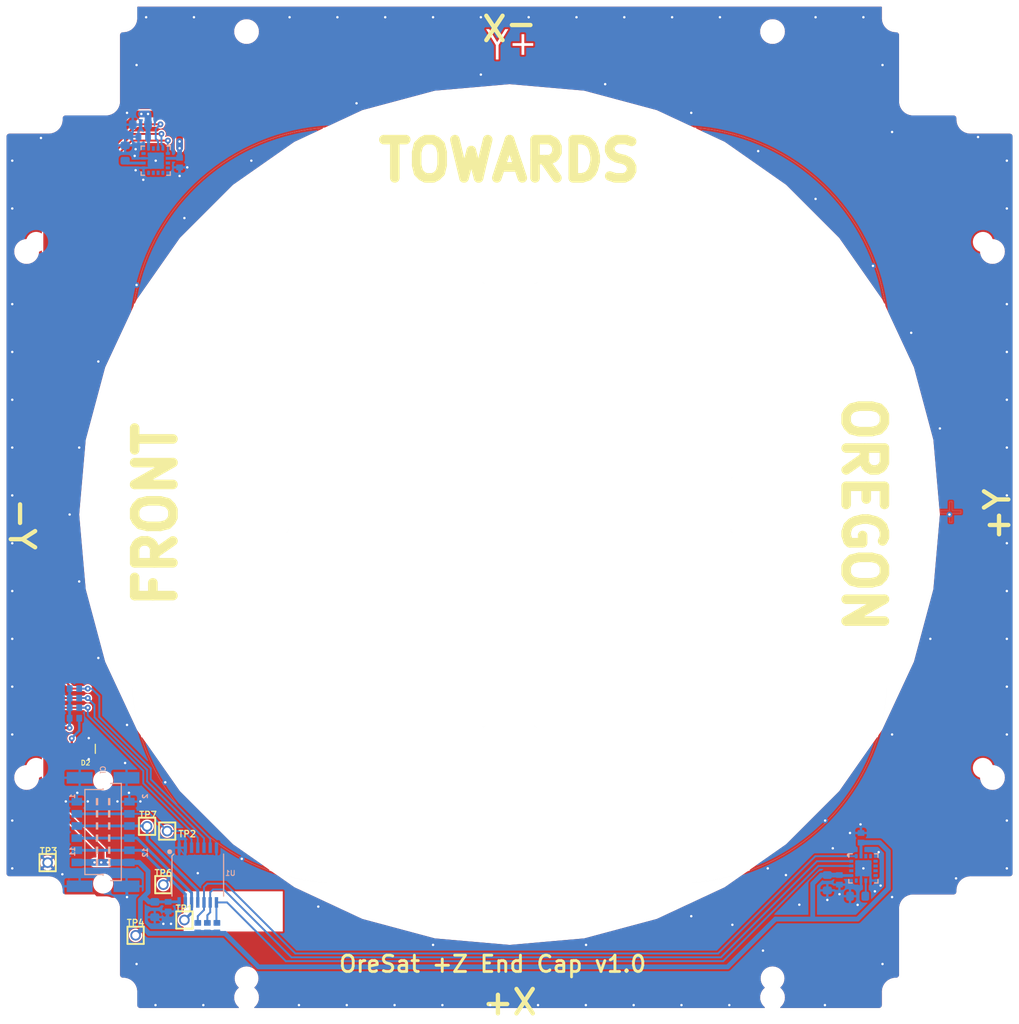
<source format=kicad_pcb>
(kicad_pcb (version 20211014) (generator pcbnew)
  (layers (0 "F.Cu" signal) (31 "B.Cu" signal) (34 "B.Paste" user) (35 "F.Paste" user) (36 "B.SilkS" user "B.Silkscreen") (37 "F.SilkS" user "F.Silkscreen") (38 "B.Mask" user) (39 "F.Mask" user) (44 "Edge.Cuts" user))
  (net 0 "")
  (net 1 "3.3V")
  (net 2 "Net-(C12-Pad1)")
  (net 3 "Net-(C13-Pad1)")
  (net 4 "/I2C-SDA")
  (net 5 "/I2C-SCL")
  (net 6 "GND")
  (net 7 "/I2C-~{INT}")
  (net 8 "/~{I2C-RESET}")
  (net 9 "Net-(D2-PadA)")
  (net 10 "/~{INT0}")
  (net 11 "/~{INT1}")
  (net 12 "/SCL0")
  (net 13 "/SDA0")
  (net 14 "/SD1")
  (net 15 "/SC1")
  (footprint "" (layer "F.Cu") (at 176.0011 55.5036)
    (fp_text reference "@HOLE4" hide)
    (fp_text value "")
  )
  (footprint "plusz-end-cap:2MM-TEST-POINT" (layer "F.Cu") (at 109.4011 150.0036)
    (fp_text reference "TP4")
    (fp_text value "TEST-POINT" hide)
  )
  (footprint "plusz-end-cap:2MM-TEST-POINT" (layer "F.Cu") (at 114.5011 148.4036)
    (fp_text reference "TP1")
    (fp_text value "TEST-POINT" hide)
  )
  (footprint "plusz-end-cap:2MM-TEST-POINT" (layer "F.Cu") (at 100.2011 142.4036)
    (fp_text reference "TP3")
    (fp_text value "TEST-POINT" hide)
  )
  (footprint "plusz-end-cap:2MM-TEST-POINT" (layer "F.Cu") (at 110.6011 138.6036)
    (fp_text reference "TP7")
    (fp_text value "TEST-POINT" hide)
  )
  (footprint "" (layer "F.Cu") (at 176.0011 156.5036)
    (fp_text reference "@HOLE7" hide)
    (fp_text value "")
  )
  (footprint "" (layer "F.Cu") (at 199.0011 133.5036)
    (fp_text reference "@HOLE6" hide)
    (fp_text value "")
  )
  (footprint "" (layer "F.Cu") (at 121.0011 156.5036)
    (fp_text reference "@HOLE0" hide)
    (fp_text value "")
  )
  (footprint "plusz-end-cap:2MM-TEST-POINT" (layer "F.Cu") (at 112.3011 144.7036)
    (fp_text reference "TP6")
    (fp_text value "TEST-POINT" hide)
  )
  (footprint "" (layer "F.Cu") (at 98.0011 78.5036)
    (fp_text reference "@HOLE2" hide)
    (fp_text value "")
  )
  (footprint "" (layer "F.Cu") (at 121.0011 55.5036)
    (fp_text reference "@HOLE3" hide)
    (fp_text value "")
  )
  (footprint "plusz-end-cap:LED-0603" (layer "F.Cu") (at 103.6011 130.5036)
    (fp_text reference "D2")
    (fp_text value "GREEN")
  )
  (footprint "" (layer "F.Cu") (at 98.0011 133.5036)
    (fp_text reference "@HOLE1" hide)
    (fp_text value "")
  )
  (footprint "" (layer "F.Cu") (at 199.0011 78.5036)
    (fp_text reference "@HOLE5" hide)
    (fp_text value "")
  )
  (footprint "plusz-end-cap:2MM-TEST-POINT" (layer "F.Cu") (at 112.7011 139.1036)
    (fp_text reference "TP2")
    (fp_text value "TEST-POINT" hide)
  )
  (footprint "plusz-end-cap:.0402-B-NOSILK" (layer "B.Cu") (at 114 69.2036 -90)
    (property "Value" "CL05B104KO5NNNC")
    (fp_text reference "C1")
    (fp_text value "100n")
  )
  (footprint "plusz-end-cap:.0402-B-NOSILK" (layer "B.Cu") (at 117.9011 149.2036 -90)
    (property "Value" "RC1005F6653CS")
    (fp_text reference "R3")
    (fp_text value "4.7k")
  )
  (footprint "plusz-end-cap:.0402-B-NOSILK" (layer "B.Cu") (at 103.0011 124.2036 180)
    (property "Value" "RC1005F6653CS")
    (fp_text reference "R4")
    (fp_text value "4.7k")
  )
  (footprint "plusz-end-cap:.0603-B-NOSILK" (layer "B.Cu") (at 111.4011 147.3036 -90)
    (property "Value" "CL05B104KO5NNNC")
    (fp_text reference "C4")
    (fp_text value "10u")
  )
  (footprint "plusz-end-cap:.0402-B-NOSILK" (layer "B.Cu") (at 110.2 66.5 180)
    (property "Value" "CL05B104KO5NNNC")
    (fp_text reference "C10")
    (fp_text value "100n")
  )
  (footprint "plusz-end-cap:TSSOP14-0.65-5.4X4.4MM" (layer "B.Cu") (at 115.9011 143.7036)
    (fp_text reference "U1")
    (fp_text value "TCA9543A-PW" hide)
  )
  (footprint "plusz-end-cap:.0402-B-NOSILK" (layer "B.Cu") (at 103.0011 126.2036 180)
    (property "Value" "RC1005F6653CS")
    (fp_text reference "R1")
    (fp_text value "4.7k")
  )
  (footprint "plusz-end-cap:.0603-B-NOSILK" (layer "B.Cu") (at 181.73 144.5036 -90)
    (property "Value" "CL05B104KO5NNNC")
    (fp_text reference "C19")
    (fp_text value "4.7u")
  )
  (footprint "plusz-end-cap:.0402-B-NOSILK" (layer "B.Cu") (at 103.0011 127.3036 180)
    (property "Value" "RC1005F6653CS")
    (fp_text reference "R2")
    (fp_text value "2.7k")
  )
  (footprint "plusz-end-cap:HARWIN-M55-70X1242R" (layer "B.Cu") (at 106.0011 139.2036 90)
    (fp_text reference "CF2")
    (fp_text value "J-HARWIN-M55-70X1242R" hide)
  )
  (footprint "plusz-end-cap:.0603-B-NOSILK" (layer "B.Cu") (at 184.9 145.91 180)
    (property "Value" "CL05B104KO5NNNC")
    (fp_text reference "C12")
    (fp_text value "10u")
  )
  (footprint "plusz-end-cap:.0402-B-NOSILK" (layer "B.Cu") (at 182.99 144.2 -90)
    (property "Value" "CL05B104KO5NNNC")
    (fp_text reference "C7")
    (fp_text value "100n")
  )
  (footprint "plusz-end-cap:QLGA-16(3X3)" (layer "B.Cu") (at 111.5011 69.0036 180)
    (fp_text reference "U4")
    (fp_text value "HMC5883L")
  )
  (footprint "plusz-end-cap:.0402-B-NOSILK" (layer "B.Cu") (at 112.8011 147.0036 -90)
    (property "Value" "CL05B104KO5NNNC")
    (fp_text reference "C3")
    (fp_text value "100n")
  )
  (footprint "plusz-end-cap:.0603-B-NOSILK" (layer "B.Cu") (at 108.3011 68.2036 90)
    (property "Value" "CL05B104KO5NNNC")
    (fp_text reference "C13")
    (fp_text value "10u")
  )
  (footprint "plusz-end-cap:.0402-B-NOSILK" (layer "B.Cu") (at 116.9011 149.2036 -90)
    (property "Value" "RC1005F6653CS")
    (fp_text reference "R6")
    (fp_text value "4.7k")
  )
  (footprint "plusz-end-cap:.0402-B-NOSILK" (layer "B.Cu") (at 115.9011 149.2036 -90)
    (property "Value" "RC1005F6653CS")
    (fp_text reference "R7")
    (fp_text value "4.7k")
  )
  (footprint "plusz-end-cap:.0402-B-NOSILK" (layer "B.Cu") (at 103.0011 125.2036 180)
    (property "Value" "RC1005F6653CS")
    (fp_text reference "R5")
    (fp_text value "4.7k")
  )
  (footprint "plusz-end-cap:.0603-B-NOSILK" (layer "B.Cu") (at 109.9 65.24 180)
    (property "Value" "CL05B104KO5NNNC")
    (fp_text reference "C15")
    (fp_text value "4.7u")
  )
  (footprint "plusz-end-cap:.0402-B-NOSILK" (layer "B.Cu") (at 185.2511 139.8036 90)
    (property "Value" "CL05B104KO5NNNC")
    (fp_text reference "C2")
    (fp_text value "100n")
  )
  (footprint "plusz-end-cap:QLGA-16(3X3)" (layer "B.Cu") (at 185.5011 143.0036 -90)
    (fp_text reference "U3")
    (fp_text value "HMC5883L")
  )
  (gr_line (start 146.04989 55.247141) (end 147.067518 56.912869) (layer "Edge.Cuts") (width 0.002))
  (gr_line (start 149.754059 55.77631) (end 149.754059 56.712532) (layer "Edge.Cuts") (width 0.002))
  (gr_line (start 114.4161 145.4036) (end 114.4161 149.6036) (layer "Edge.Cuts") (width 0.002))
  (gr_line (start 193.567681 105.878882) (end 194.5039 105.878882) (layer "Edge.Cuts") (width 0.002))
  (gr_line (start 194.5039 106.8151) (end 194.788831 106.8151) (layer "Edge.Cuts") (width 0.002))
  (gr_arc (start 125.351064 107.546491) (mid 125.313005 107.737836) (end 125.204618 107.90005) (layer "Edge.Cuts") (width 0.002))
  (gr_arc (start 200.8011 65.975569) (mid 201.154653 66.122016) (end 201.3011 66.475569) (layer "Edge.Cuts") (width 0.002))
  (gr_line (start 109.873068 157.8036) (end 187.129131 157.8036) (layer "Edge.Cuts") (width 0.002))
  (gr_line (start 147.20935 56.6114) (end 146.376168 55.247141) (layer "Edge.Cuts") (width 0.002))
  (gr_arc (start 109.373068 54.105569) (mid 109.001094 55.003595) (end 108.103068 55.375569) (layer "Edge.Cuts") (width 0.002))
  (gr_line (start 148.370081 55.247141) (end 148.043809 55.247141) (layer "Edge.Cuts") (width 0.002))
  (gr_arc (start 189.429131 154.131632) (mid 189.282684 154.485185) (end 188.929131 154.631632) (layer "Edge.Cuts") (width 0.002))
  (gr_line (start 191.06749 107.30356) (end 191.939468 105.94121) (layer "Edge.Cuts") (width 0.002))
  (gr_line (start 187.129131 52.2036) (end 109.873068 52.2036) (layer "Edge.Cuts") (width 0.002))
  (gr_arc (start 96.2011 144.031632) (mid 95.847547 143.885185) (end 95.7011 143.531632) (layer "Edge.Cuts") (width 0.002))
  (gr_line (start 191.77475 105.68426) (end 190.738668 107.30356) (layer "Edge.Cuts") (width 0.002))
  (gr_arc (start 151.043989 128.153631) (mid 151.235335 128.191692) (end 151.39755 128.300082) (layer "Edge.Cuts") (width 0.002))
  (gr_arc (start 101.573068 64.575569) (mid 101.719515 64.222016) (end 102.073068 64.075569) (layer "Edge.Cuts") (width 0.002))
  (gr_circle (center 176.0011 154.5036) (end 177.0511 154.5036) (layer "Edge.Cuts") (width 0.002) (fill none))
  (gr_line (start 150.03899 56.99746) (end 150.975209 56.99746) (layer "Edge.Cuts") (width 0.002))
  (gr_line (start 188.929131 154.631632) (end 188.899131 154.631632) (layer "Edge.Cuts") (width 0.002))
  (gr_arc (start 107.573068 55.875569) (mid 107.719515 55.522016) (end 108.073068 55.375569) (layer "Edge.Cuts") (width 0.002))
  (gr_line (start 171.797581 102.10715) (end 187.977559 85.927169) (layer "Edge.Cuts") (width 0.002))
  (gr_line (start 124.7861 145.4036) (end 114.4161 149.6036) (layer "Edge.Cuts") (width 0.002))
  (gr_line (start 171.651131 107.546491) (end 171.651131 102.46071) (layer "Edge.Cuts") (width 0.002))
  (gr_arc (start 167.577531 65.527141) (mid 181.633242 71.871458) (end 187.977559 85.927169) (layer "Edge.Cuts") (width 0.002))
  (gr_arc (start 125.204618 102.10715) (mid 125.313007 102.269364) (end 125.351068 102.46071) (layer "Edge.Cuts") (width 0.002))
  (gr_line (start 192.81145 107.30356) (end 193.140281 107.30356) (layer "Edge.Cuts") (width 0.002))
  (gr_line (start 125.351068 102.46071) (end 125.351068 107.546491) (layer "Edge.Cuts") (width 0.002))
  (gr_arc (start 151.397549 81.707119) (mid 151.235335 81.815508) (end 151.04399 81.853569) (layer "Edge.Cuts") (width 0.002))
  (gr_circle (center 119.6011 147.5036) (end 120.1011 147.5036) (layer "Edge.Cuts") (width 0.002) (fill none))
  (gr_line (start 95.7011 66.475569) (end 95.7011 143.531632) (layer "Edge.Cuts") (width 0.002))
  (gr_arc (start 187.629131 157.3036) (mid 187.482684 157.657153) (end 187.129131 157.8036) (layer "Edge.Cuts") (width 0.002))
  (gr_line (start 188.929131 55.375569) (end 188.899131 55.375569) (layer "Edge.Cuts") (width 0.002))
  (gr_line (start 201.3011 143.531632) (end 201.3011 66.475569) (layer "Edge.Cuts") (width 0.002))
  (gr_line (start 190.779381 104.12856) (end 191.77475 105.68426) (layer "Edge.Cuts") (width 0.002))
  (gr_arc (start 187.977558 124.080031) (mid 181.633243 138.135743) (end 167.577531 144.48006) (layer "Edge.Cuts") (width 0.002))
  (gr_line (start 149.754059 57.933682) (end 150.03899 57.933682) (layer "Edge.Cuts") (width 0.002))
  (gr_line (start 187.629131 54.105569) (end 187.629131 52.7036) (layer "Edge.Cuts") (width 0.002))
  (gr_arc (start 109.373068 52.7036) (mid 109.519515 52.350047) (end 109.873068 52.2036) (layer "Edge.Cuts") (width 0.002))
  (gr_arc (start 190.699131 64.075569) (mid 189.801105 63.703595) (end 189.429131 62.805569) (layer "Edge.Cuts") (width 0.002))
  (gr_line (start 96.2011 144.031632) (end 100.303068 144.031632) (layer "Edge.Cuts") (width 0.002))
  (gr_line (start 193.140281 107.30356) (end 192.103568 105.68426) (layer "Edge.Cuts") (width 0.002))
  (gr_line (start 102.073068 64.075569) (end 106.303068 64.075569) (layer "Edge.Cuts") (width 0.002))
  (gr_arc (start 102.073068 145.931632) (mid 101.719515 145.785185) (end 101.573068 145.431632) (layer "Edge.Cuts") (width 0.002))
  (gr_line (start 194.5039 105.878882) (end 194.5039 106.8151) (layer "Edge.Cuts") (width 0.002))
  (gr_line (start 147.067518 56.912869) (end 147.067518 58.422141) (layer "Edge.Cuts") (width 0.002))
  (gr_line (start 194.929131 64.075569) (end 190.699131 64.075569) (layer "Edge.Cuts") (width 0.002))
  (gr_line (start 108.073068 154.631632) (end 108.103068 154.631632) (layer "Edge.Cuts") (width 0.002))
  (gr_line (start 147.067518 58.422141) (end 147.35245 58.422141) (layer "Edge.Cuts") (width 0.002))
  (gr_line (start 145.60465 81.707119) (end 129.424668 65.527141) (layer "Edge.Cuts") (width 0.002))
  (gr_line (start 107.573068 147.201632) (end 107.573068 154.131632) (layer "Edge.Cuts") (width 0.002))
  (gr_line (start 129.424668 144.48006) (end 145.60465 128.300082) (layer "Edge.Cuts") (width 0.002))
  (gr_arc (start 195.429131 145.301632) (mid 195.801105 144.403606) (end 196.699131 144.031632) (layer "Edge.Cuts") (width 0.002))
  (gr_line (start 146.376168 55.247141) (end 146.04989 55.247141) (layer "Edge.Cuts") (width 0.002))
  (gr_line (start 195.429131 64.705569) (end 195.429131 64.575569) (layer "Edge.Cuts") (width 0.002))
  (gr_circle (center 121.0011 154.5036) (end 122.0511 154.5036) (layer "Edge.Cuts") (width 0.002) (fill none))
  (gr_line (start 125.204618 107.90005) (end 109.02464 124.080032) (layer "Edge.Cuts") (width 0.002))
  (gr_circle (center 121.0011 55.5036) (end 122.0511 55.5036) (layer "Edge.Cuts") (width 0.002) (fill none))
  (gr_line (start 195.429131 145.301632) (end 195.429131 145.431632) (layer "Edge.Cuts") (width 0.002))
  (gr_line (start 124.7861 149.6036) (end 124.7861 145.4036) (layer "Edge.Cuts") (width 0.002))
  (gr_line (start 194.788831 105.878882) (end 195.72505 105.878882) (layer "Edge.Cuts") (width 0.002))
  (gr_line (start 190.738668 107.30356) (end 191.06749 107.30356) (layer "Edge.Cuts") (width 0.002))
  (gr_line (start 193.099568 104.12856) (end 192.77075 104.12856) (layer "Edge.Cuts") (width 0.002))
  (gr_line (start 194.788831 106.8151) (end 194.788831 105.878882) (layer "Edge.Cuts") (width 0.002))
  (gr_line (start 109.373068 54.105569) (end 109.373068 52.7036) (layer "Edge.Cuts") (width 0.002))
  (gr_arc (start 109.024635 85.927168) (mid 115.368954 71.871456) (end 129.424668 65.527141) (layer "Edge.Cuts") (width 0.002))
  (gr_line (start 194.788818 105.593941) (end 194.788831 104.657719) (layer "Edge.Cuts") (width 0.002))
  (gr_line (start 187.977559 124.080032) (end 171.797581 107.90005) (layer "Edge.Cuts") (width 0.002))
  (gr_line (start 101.573068 145.301632) (end 101.573068 145.431632) (layer "Edge.Cuts") (width 0.002))
  (gr_line (start 108.073068 55.375569) (end 108.103068 55.375569) (layer "Edge.Cuts") (width 0.002))
  (gr_line (start 114.4161 145.4036) (end 124.7861 149.6036) (layer "Edge.Cuts") (width 0.002))
  (gr_arc (start 187.129131 52.2036) (mid 187.482684 52.350047) (end 187.629131 52.7036) (layer "Edge.Cuts") (width 0.002))
  (gr_arc (start 201.3011 143.531632) (mid 201.154653 143.885185) (end 200.8011 144.031632) (layer "Edge.Cuts") (width 0.002))
  (gr_line (start 147.35245 58.422141) (end 147.35245 56.912869) (layer "Edge.Cuts") (width 0.002))
  (gr_line (start 194.5039 104.657719) (end 194.5039 105.593941) (layer "Edge.Cuts") (width 0.002))
  (gr_arc (start 106.303068 145.931632) (mid 107.201094 146.303606) (end 107.573068 147.201632) (layer "Edge.Cuts") (width 0.002))
  (gr_line (start 102.073068 145.931632) (end 106.303068 145.931632) (layer "Edge.Cuts") (width 0.002))
  (gr_line (start 191.939468 105.4273) (end 191.1082 104.12856) (layer "Edge.Cuts") (width 0.002))
  (gr_arc (start 145.604649 128.300081) (mid 145.766863 128.191692) (end 145.958209 128.153632) (layer "Edge.Cuts") (width 0.002))
  (gr_arc (start 171.79758 107.90005) (mid 171.689191 107.737836) (end 171.651131 107.546491) (layer "Edge.Cuts") (width 0.002))
  (gr_arc (start 194.929131 64.075569) (mid 195.282684 64.222016) (end 195.429131 64.575569) (layer "Edge.Cuts") (width 0.002))
  (gr_line (start 101.573068 64.705569) (end 101.573068 64.575569) (layer "Edge.Cuts") (width 0.002))
  (gr_line (start 167.577531 65.527141) (end 151.39755 81.707119) (layer "Edge.Cuts") (width 0.002))
  (gr_arc (start 195.429131 145.431632) (mid 195.282684 145.785185) (end 194.929131 145.931632) (layer "Edge.Cuts") (width 0.002))
  (gr_circle (center 198.0011 77.5036) (end 199.0511 77.5036) (layer "Edge.Cuts") (width 0.002) (fill none))
  (gr_line (start 193.567681 105.593941) (end 193.567681 105.878882) (layer "Edge.Cuts") (width 0.002))
  (gr_arc (start 145.958208 81.853565) (mid 145.766864 81.815506) (end 145.60465 81.707119) (layer "Edge.Cuts") (width 0.002))
  (gr_arc (start 108.073068 154.631632) (mid 107.719515 154.485185) (end 107.573068 154.131632) (layer "Edge.Cuts") (width 0.002))
  (gr_line (start 148.81784 56.99746) (end 149.754059 56.99746) (layer "Edge.Cuts") (width 0.002))
  (gr_line (start 145.958209 128.153632) (end 151.04399 128.153632) (layer "Edge.Cuts") (width 0.002))
  (gr_line (start 147.35245 56.912869) (end 148.370081 55.247141) (layer "Edge.Cuts") (width 0.002))
  (gr_circle (center 99.0011 77.5036) (end 100.0511 77.5036) (layer "Edge.Cuts") (width 0.002) (fill none))
  (gr_line (start 109.373068 155.901632) (end 109.373068 157.3036) (layer "Edge.Cuts") (width 0.002))
  (gr_arc (start 188.899131 55.375569) (mid 188.001105 55.003595) (end 187.629131 54.105569) (layer "Edge.Cuts") (width 0.002))
  (gr_line (start 150.03899 57.933682) (end 150.03899 56.99746) (layer "Edge.Cuts") (width 0.002))
  (gr_line (start 149.754059 56.712532) (end 148.81784 56.712532) (layer "Edge.Cuts") (width 0.002))
  (gr_line (start 150.03899 56.712532) (end 150.03899 55.77631) (layer "Edge.Cuts") (width 0.002))
  (gr_line (start 194.788831 104.657719) (end 194.5039 104.657719) (layer "Edge.Cuts") (width 0.002))
  (gr_line (start 150.03899 55.77631) (end 149.754059 55.77631) (layer "Edge.Cuts") (width 0.002))
  (gr_line (start 200.8011 144.031632) (end 196.699131 144.031632) (layer "Edge.Cuts") (width 0.002))
  (gr_line (start 114.4161 149.6036) (end 124.7861 149.6036) (layer "Edge.Cuts") (width 0.002))
  (gr_line (start 124.7861 145.4036) (end 114.4161 145.4036) (layer "Edge.Cuts") (width 0.002))
  (gr_circle (center 176.0011 55.5036) (end 177.0511 55.5036) (layer "Edge.Cuts") (width 0.002) (fill none))
  (gr_arc (start 129.424666 144.480063) (mid 115.368954 138.135745) (end 109.02464 124.080032) (layer "Edge.Cuts") (width 0.002))
  (gr_line (start 151.39755 128.300082) (end 167.577531 144.48006) (layer "Edge.Cuts") (width 0.002))
  (gr_line (start 195.72505 105.593941) (end 194.788818 105.593941) (layer "Edge.Cuts") (width 0.002))
  (gr_line (start 189.429131 147.201632) (end 189.429131 154.131632) (layer "Edge.Cuts") (width 0.002))
  (gr_line (start 149.754059 56.99746) (end 149.754059 57.933682) (layer "Edge.Cuts") (width 0.002))
  (gr_line (start 107.573068 62.805569) (end 107.573068 55.875569) (layer "Edge.Cuts") (width 0.002))
  (gr_arc (start 187.629131 155.901632) (mid 188.001105 155.003606) (end 188.899131 154.631632) (layer "Edge.Cuts") (width 0.002))
  (gr_line (start 150.975209 56.712532) (end 150.03899 56.712532) (layer "Edge.Cuts") (width 0.002))
  (gr_line (start 194.929131 145.931632) (end 190.699131 145.931632) (layer "Edge.Cuts") (width 0.002))
  (gr_line (start 148.81784 56.712532) (end 148.81784 56.99746) (layer "Edge.Cuts") (width 0.002))
  (gr_line (start 148.043809 55.247141) (end 147.20935 56.6114) (layer "Edge.Cuts") (width 0.002))
  (gr_line (start 151.04399 81.853569) (end 145.958209 81.853569) (layer "Edge.Cuts") (width 0.002))
  (gr_arc (start 171.651131 102.460709) (mid 171.689192 102.269364) (end 171.797581 102.10715) (layer "Edge.Cuts") (width 0.002))
  (gr_arc (start 107.573068 62.805569) (mid 107.201094 63.703595) (end 106.303068 64.075569) (layer "Edge.Cuts") (width 0.002))
  (gr_arc (start 109.873068 157.8036) (mid 109.519515 157.657153) (end 109.373068 157.3036) (layer "Edge.Cuts") (width 0.002))
  (gr_line (start 192.103568 105.68426) (end 193.099568 104.12856) (layer "Edge.Cuts") (width 0.002))
  (gr_arc (start 196.699131 65.975569) (mid 195.801105 65.603595) (end 195.429131 64.705569) (layer "Edge.Cuts") (width 0.002))
  (gr_arc (start 95.7011 66.475569) (mid 95.847547 66.122016) (end 96.2011 65.975569) (layer "Edge.Cuts") (width 0.002))
  (gr_line (start 150.975209 56.99746) (end 150.975209 56.712532) (layer "Edge.Cuts") (width 0.002))
  (gr_arc (start 101.573068 64.705569) (mid 101.201094 65.603595) (end 100.303068 65.975569) (layer "Edge.Cuts") (width 0.002))
  (gr_line (start 191.939468 105.94121) (end 192.81145 107.30356) (layer "Edge.Cuts") (width 0.002))
  (gr_line (start 200.8011 65.975569) (end 196.699131 65.975569) (layer "Edge.Cuts") (width 0.002))
  (gr_arc (start 189.429131 147.201632) (mid 189.801105 146.303606) (end 190.699131 145.931632) (layer "Edge.Cuts") (width 0.002))
  (gr_circle (center 198.0011 132.5036) (end 199.0511 132.5036) (layer "Edge.Cuts") (width 0.002) (fill none))
  (gr_line (start 192.77075 104.12856) (end 191.939468 105.4273) (layer "Edge.Cuts") (width 0.002))
  (gr_line (start 109.02464 85.927169) (end 125.204618 102.10715) (layer "Edge.Cuts") (width 0.002))
  (gr_arc (start 108.103068 154.631632) (mid 109.001094 155.003606) (end 109.373068 155.901632) (layer "Edge.Cuts") (width 0.002))
  (gr_line (start 191.1082 104.12856) (end 190.779381 104.12856) (layer "Edge.Cuts") (width 0.002))
  (gr_line (start 195.72505 105.878882) (end 195.72505 105.593941) (layer "Edge.Cuts") (width 0.002))
  (gr_arc (start 188.929131 55.375569) (mid 189.282684 55.522016) (end 189.429131 55.875569) (layer "Edge.Cuts") (width 0.002))
  (gr_line (start 96.2011 65.975569) (end 100.303068 65.975569) (layer "Edge.Cuts") (width 0.002))
  (gr_circle (center 99.0011 132.5036) (end 100.0511 132.5036) (layer "Edge.Cuts") (width 0.002) (fill none))
  (gr_line (start 194.5039 105.593941) (end 193.567681 105.593941) (layer "Edge.Cuts") (width 0.002))
  (gr_arc (start 100.303068 144.031632) (mid 101.201094 144.403606) (end 101.573068 145.301632) (layer "Edge.Cuts") (width 0.002))
  (gr_line (start 189.429131 62.805569) (end 189.429131 55.875569) (layer "Edge.Cuts") (width 0.002))
  (gr_line (start 187.629131 155.901632) (end 187.629131 157.3036) (layer "Edge.Cuts") (width 0.002))
  (gr_text "-Y" (at 97.5011 107.0036 270) (layer "F.SilkS") (effects (font (size 2.55 2.55) (thickness 0.45))))
  (gr_text "OREGON" (at 185.5011 106.0036 270) (layer "F.SilkS") (effects (font (size 4 4) (thickness 1))))
  (gr_text "-X" (at 148.5011 55.0036 180) (layer "F.SilkS") (effects (font (size 2.55 2.55) (thickness 0.45))))
  (gr_text "TOWARDS" (at 148.5011 69.0036) (layer "F.SilkS") (effects (font (size 4 4) (thickness 1))))
  (gr_text "FRONT" (at 111.5011 106.0036 90) (layer "F.SilkS") (effects (font (size 4 4) (thickness 1))))
  (gr_text "OreSat +Z End Cap v1.0" (at 130.5011 154.0036) (layer "F.SilkS") (effects (font (size 1.7 1.7) (thickness 0.3)) (justify left bottom)))
  (gr_text "+X" (at 148.5011 157.0036) (layer "F.SilkS") (effects (font (size 2.55 2.55) (thickness 0.45))))
  (gr_text "+Y" (at 199.5011 106.0036 90) (layer "F.SilkS") (effects (font (size 2.55 2.55) (thickness 0.45))))
  (segment (start 105.8011 142.3786) (end 105.8011 141.1036) (width 0.7) (layer "F.Cu") (net 1))
  (segment (start 112.3011 64.3036) (end 112.89875 64.90125) (width 0.7) (layer "F.Cu") (net 1))
  (segment (start 102.5011 128.3036) (end 100.1011 128.3036) (width 0.3) (layer "F.Cu") (net 1))
  (segment (start 112.89875 64.90125) (end 114 66.0025) (width 0.7) (layer "F.Cu") (net 1))
  (segment (start 100.1011 135.4036) (end 100.1011 128.3036) (width 0.7) (layer "F.Cu") (net 1))
  (segment (start 112.89875 64.90125) (end 113.53375 65.53625) (width 0.7) (layer "F.Cu") (net 1))
  (segment (start 112.1175 64.12) (end 114 66.0025) (width 0.7) (layer "F.Cu") (net 1))
  (segment (start 100.1011 128.3036) (end 100.1011 70.6036) (width 0.7) (layer "F.Cu") (net 1))
  (segment (start 105.8011 141.1036) (end 100.1011 135.4036) (width 0.7) (layer "F.Cu") (net 1))
  (segment (start 105.8011 142.3786) (end 105.1011 142.3786) (width 0.7) (layer "F.Cu") (net 1))
  (segment (start 114 66.0025) (end 114 67.7) (width 0.7) (layer "F.Cu") (net 1))
  (segment (start 107.1064 66.7036) (end 109.69 64.12) (width 0.7) (layer "F.Cu") (net 1))
  (segment (start 110.7 64.12) (end 112.1175 64.12) (width 0.7) (layer "F.Cu") (net 1))
  (segment (start 100.1011 70.6036) (end 104.0011 66.7036) (width 0.7) (layer "F.Cu") (net 1))
  (segment (start 109.69 64.12) (end 110.7 64.12) (width 0.7) (layer "F.Cu") (net 1))
  (segment (start 104.0011 66.7036) (end 107.1064 66.7036) (width 0.7) (layer "F.Cu") (net 1))
  (segment (start 105.8011 142.3786) (end 106.5011 142.3786) (width 0.7) (layer "F.Cu") (net 1))
  (via (at 110 64.12) (size 0.6096) (drill 0.254) (layers "F.Cu" "B.Cu") (net 1))
  (via (at 102.5011 128.3036) (size 0.6096) (drill 0.254) (layers "F.Cu" "B.Cu") (net 1))
  (via (at 105.8011 142.3786) (size 0.6096) (drill 0.254) (layers "F.Cu" "B.Cu") (net 1))
  (via (at 105.1011 142.3786) (size 0.6096) (drill 0.254) (layers "F.Cu" "B.Cu") (net 1))
  (via (at 114 67) (size 0.6096) (drill 0.254) (layers "F.Cu" "B.Cu") (net 1))
  (via (at 114 67.7) (size 0.6096) (drill 0.254) (layers "F.Cu" "B.Cu") (net 1))
  (via (at 106.5011 142.3786) (size 0.6096) (drill 0.254) (layers "F.Cu" "B.Cu") (net 1))
  (via (at 110.7 64.12) (size 0.6096) (drill 0.254) (layers "F.Cu" "B.Cu") (net 1))
  (segment (start 111.4011 146.5036) (end 110.8011 146.5036) (width 0.5) (layer "B.Cu") (net 1))
  (segment (start 117.9011 149.7036) (end 116.9011 149.7036) (width 0.5) (layer "B.Cu") (net 1))
  (segment (start 181.8011 143.7036) (end 181.1011 143.7036) (width 0.5) (layer "B.Cu") (net 1))
  (segment (start 110.7511 67.7286) (end 110.7511 66.8536) (width 0.3) (layer "B.Cu") (net 1))
  (segment (start 103.2511 142.3786) (end 105.8011 142.3786) (width 0.7) (layer "B.Cu") (net 1))
  (segment (start 110.8011 149.8036) (end 118.0011 149.8036) (width 0.5) (layer "B.Cu") (net 1))
  (segment (start 114 68.7) (end 114 67.7) (width 0.5) (layer "B.Cu") (net 1))
  (segment (start 183.0511 143.7536) (end 183.0011 143.7036) (width 0.3) (layer "B.Cu") (net 1))
  (segment (start 113.8911 146.5036) (end 113.9511 146.5636) (width 0.3) (layer "B.Cu") (net 1))
  (segment (start 187.2011 140.3036) (end 188.1011 141.2036) (width 0.5) (layer "B.Cu") (net 1))
  (segment (start 112.8011 146.5036) (end 113.8911 146.5036) (width 0.3) (layer "B.Cu") (net 1))
  (segment (start 109.9011 148.9036) (end 110.2011 149.2036) (width 0.5) (layer "B.Cu") (net 1))
  (segment (start 112.7761 68.7536) (end 113.7511 68.7536) (width 0.3) (layer "B.Cu") (net 1))
  (segment (start 110.7511 66.8536) (end 110.7011 66.8036) (width 0.3) (layer "B.Cu") (net 1))
  (segment (start 184.9011 148.3036) (end 180.2011 148.3036) (width 0.5) (layer "B.Cu") (net 1))
  (segment (start 110.2011 149.2036) (end 110.8011 149.8036) (width 0.5) (layer "B.Cu") (net 1))
  (segment (start 102.5011 126.2036) (end 102.5011 125.2036) (width 0.3) (layer "B.Cu") (net 1))
  (segment (start 122.2511 153.3036) (end 171.3011 153.3036) (width 0.5) (layer "B.Cu") (net 1))
  (segment (start 188.1011 145.1036) (end 184.9011 148.3036) (width 0.5) (layer "B.Cu") (net 1))
  (segment (start 110.8011 146.5036) (end 110.2511 145.9536) (width 0.5) (layer "B.Cu") (net 1))
  (segment (start 114 67.7) (end 114 67) (width 0.7) (layer "B.Cu") (net 1))
  (segment (start 112.8011 146.5036) (end 111.4011 146.5036) (width 0.3) (layer "B.Cu") (net 1))
  (segment (start 184.2261 143.7536) (end 183.0511 143.7536) (width 0.3) (layer "B.Cu") (net 1))
  (segment (start 176.3011 148.3036) (end 171.3011 153.3036) (width 0.5) (layer "B.Cu") (net 1))
  (segment (start 113.7511 68.7536) (end 113.8011 68.7036) (width 0.3) (layer "B.Cu") (net 1))
  (segment (start 183.0011 143.7036) (end 181.8011 143.7036) (width 0.5) (layer "B.Cu") (net 1))
  (segment (start 110.2011 149.2036) (end 109.4011 150.0036) (width 0.5) (layer "B.Cu") (net 1))
  (segment (start 181.1011 143.7036) (end 180.2011 144.6036) (width 0.5) (layer "B.Cu") (net 1))
  (segment (start 110.7 64.12) (end 110.7 65.24) (width 0.7) (layer "B.Cu") (net 1))
  (segment (start 110.2511 145.9536) (end 109.9011 146.3036) (width 0.5) (layer "B.Cu") (net 1))
  (segment (start 110.7011 143.3036) (end 110.7011 145.5036) (width 0.5) (layer "B.Cu") (net 1))
  (segment (start 110.7011 145.5036) (end 110.2511 145.9536) (width 0.5) (layer "B.Cu") (net 1))
  (segment (start 116.9011 149.7036) (end 115.9011 149.7036) (width 0.5) (layer "B.Cu") (net 1))
  (segment (start 109.7761 142.3786) (end 110.7011 143.3036) (width 0.5) (layer "B.Cu") (net 1))
  (segment (start 180.2011 148.3036) (end 176.3011 148.3036) (width 0.5) (layer "B.Cu") (net 1))
  (segment (start 105.8011 142.3786) (end 108.7511 142.3786) (width 0.7) (layer "B.Cu") (net 1))
  (segment (start 110 64.12) (end 110.7 64.12) (width 0.7) (layer "B.Cu") (net 1))
  (segment (start 118.0011 149.8036) (end 117.9011 149.7036) (width 0.5) (layer "B.Cu") (net 1))
  (segment (start 118.7511 149.8036) (end 118.0011 149.8036) (width 0.5) (layer "B.Cu") (net 1))
  (segment (start 180.2011 148.3036) (end 180.2011 144.6036) (width 0.5) (layer "B.Cu") (net 1))
  (segment (start 102.5011 125.2036) (end 102.5011 124.2036) (width 0.3) (layer "B.Cu") (net 1))
  (segment (start 102.5011 126.2036) (end 102.5011 127.3036) (width 0.3) (layer "B.Cu") (net 1))
  (segment (start 110.7011 66.8036) (end 110.7011 65.5036) (width 0.5) (layer "B.Cu") (net 1))
  (segment (start 185.2511 141.7286) (end 185.2511 140.3036) (width 0.3) (layer "B.Cu") (net 1))
  (segment (start 109.9011 146.3036) (end 109.9011 148.9036) (width 0.5) (layer "B.Cu") (net 1))
  (segment (start 102.5011 127.3036) (end 102.5011 128.3036) (width 0.3) (layer "B.Cu") (net 1))
  (segment (start 108.7511 142.3786) (end 109.7761 142.3786) (width 0.5) (layer "B.Cu") (net 1))
  (segment (start 118.7511 149.8036) (end 122.2511 153.3036) (width 0.5) (layer "B.Cu") (net 1))
  (segment (start 110.7011 65.5036) (end 110.7011 64.3036) (width 0.7) (layer "B.Cu") (net 1))
  (segment (start 188.1011 141.2036) (end 188.1011 145.1036) (width 0.5) (layer "B.Cu") (net 1))
  (segment (start 185.2511 140.3036) (end 187.2011 140.3036) (width 0.5) (layer "B.Cu") (net 1))
  (segment (start 185.7511 144.2786) (end 185.7511 145.6536) (width 0.2) (layer "B.Cu") (net 2))
  (segment (start 185.7511 145.6536) (end 185.7011 145.7036) (width 0.2) (layer "B.Cu") (net 2))
  (segment (start 110.2261 69.2536) (end 108.5511 69.2536) (width 0.3) (layer "B.Cu") (net 3))
  (segment (start 108.5511 69.2536) (end 108.3011 69.0036) (width 0.3) (layer "B.Cu") (net 3))
  (segment (start 110.0061 141.1086) (end 112.9511 144.0536) (width 0.3) (layer "B.Cu") (net 4))
  (segment (start 112.3011 144.7036) (end 112.9511 144.0536) (width 0.3) (layer "B.Cu") (net 4))
  (segment (start 108.7511 141.1086) (end 103.2511 141.1086) (width 0.3) (layer "B.Cu") (net 4))
  (segment (start 114.6011 145.7036) (end 114.6011 146.5636) (width 0.3) (layer "B.Cu") (net 4))
  (segment (start 108.7511 141.1086) (end 110.0061 141.1086) (width 0.3) (layer "B.Cu") (net 4))
  (segment (start 112.9511 144.0536) (end 114.6011 145.7036) (width 0.3) (layer "B.Cu") (net 4))
  (segment (start 115.2511 146.5636) (end 115.2511 147.6536) (width 0.3) (layer "B.Cu") (net 5))
  (segment (start 115.2511 146.5636) (end 115.2511 145.5536) (width 0.3) (layer "B.Cu") (net 5))
  (segment (start 103.2511 139.8386) (end 108.7511 139.8386) (width 0.3) (layer "B.Cu") (net 5))
  (segment (start 115.2511 145.5536) (end 109.5361 139.8386) (width 0.3) (layer "B.Cu") (net 5))
  (segment (start 115.2511 147.6536) (end 114.5011 148.4036) (width 0.3) (layer "B.Cu") (net 5))
  (segment (start 109.5361 139.8386) (end 108.7511 139.8386) (width 0.3) (layer "B.Cu") (net 5))
  (via (at 120.5011 142.0036) (size 0.6096) (drill 0.254) (layers "F.Cu" "B.Cu") (net 6))
  (via (at 200.5011 69.0036) (size 0.6096) (drill 0.254) (layers "F.Cu" "B.Cu") (net 6))
  (via (at 184.1011 139.3036) (size 0.6096) (drill 0.254) (layers "F.Cu" "B.Cu") (net 6))
  (via (at 183.0011 145.7036) (size 0.6096) (drill 0.254) (layers "F.Cu" "B.Cu") (net 6))
  (via (at 156.48 157.3) (size 0.6096) (drill 0.254) (layers "F.Cu" "B.Cu") (net 6))
  (via (at 167.5011 64.0036) (size 0.6096) (drill 0.254) (layers "F.Cu" "B.Cu") (net 6))
  (via (at 114 70.6036) (size 0.6096) (drill 0.254) (layers "F.Cu" "B.Cu") (net 6))
  (via (at 185.2011 138.4036) (size 0.6096) (drill 0.254) (layers "F.Cu" "B.Cu") (net 6))
  (via (at 160.5011 54.0036) (size 0.6096) (drill 0.254) (layers "F.Cu" "B.Cu") (net 6))
  (via (at 186.7011 145.4036) (size 0.6096) (drill 0.254) (layers "F.Cu" "B.Cu") (net 6))
  (via (at 200.5011 138.0036) (size 0.6096) (drill 0.254) (layers "F.Cu" "B.Cu") (net 6))
  (via (at 200.5011 99.0036) (size 0.6096) (drill 0.254) (layers "F.Cu" "B.Cu") (net 6))
  (via (at 101.74 143.62) (size 0.6096) (drill 0.254) (layers "F.Cu" "B.Cu") (net 6))
  (via (at 110.5011 54.0036) (size 0.6096) (drill 0.254) (layers "F.Cu" "B.Cu") (net 6))
  (via (at 146.48 157.3) (size 0.6096) (drill 0.254) (layers "F.Cu" "B.Cu") (net 6))
  (via (at 132.5011 63.0036) (size 0.6096) (drill 0.254) (layers "F.Cu" "B.Cu") (net 6))
  (via (at 114.5011 75.0036) (size 0.6096) (drill 0.254) (layers "F.Cu" "B.Cu") (net 6))
  (via (at 200.5011 119.0036) (size 0.6096) (drill 0.254) (layers "F.Cu" "B.Cu") (net 6))
  (via (at 187.1011 141.3036) (size 0.6096) (drill 0.254) (layers "F.Cu" "B.Cu") (net 6))
  (via (at 166.48 157.3) (size 0.6096) (drill 0.254) (layers "F.Cu" "B.Cu") (net 6))
  (via (at 181.5011 138.0036) (size 0.6096) (drill 0.254) (layers "F.Cu" "B.Cu") (net 6))
  (via (at 141.48 157.3) (size 0.6096) (drill 0.254) (layers "F.Cu" "B.Cu") (net 6))
  (via (at 113.1011 148.8036) (size 0.6096) (drill 0.254) (layers "F.Cu" "B.Cu") (net 6))
  (via (at 109.4011 67.8036) (size 0.6096) (drill 0.254) (layers "F.Cu" "B.Cu") (net 6))
  (via (at 155.5011 54.0036) (size 0.6096) (drill 0.254) (layers "F.Cu" "B.Cu") (net 6))
  (via (at 108.7011 135.1036) (size 0.6096) (drill 0.254) (layers "F.Cu" "B.Cu") (net 6))
  (via (at 161.48 157.3) (size 0.6096) (drill 0.254) (layers "F.Cu" "B.Cu") (net 6))
  (via (at 195.19 144.05) (size 0.6096) (drill 0.254) (layers "F.Cu" "B.Cu") (net 6))
  (via (at 184.9 146.82) (size 0.6096) (drill 0.254) (layers "F.Cu" "B.Cu") (net 6))
  (via (at 126.48 157.3) (size 0.6096) (drill 0.254) (layers "F.Cu" "B.Cu") (net 6))
  (via (at 200.5011 94.0036) (size 0.6096) (drill 0.254) (layers "F.Cu" "B.Cu") (net 6))
  (via (at 182.3011 140.9036) (size 0.6096) (drill 0.254) (layers "F.Cu" "B.Cu") (net 6))
  (via (at 108.5011 128.0036) (size 0.6096) (drill 0.254) (layers "F.Cu" "B.Cu") (net 6))
  (via (at 175.5011 143.0036) (size 0.6096) (drill 0.254) (layers "F.Cu" "B.Cu") (net 6))
  (via (at 140.5011 54.0036) (size 0.6096) (drill 0.254) (layers "F.Cu" "B.Cu") (net 6))
  (via (at 96.5011 129.0036) (size 0.6096) (drill 0.254) (layers "F.Cu" "B.Cu") (net 6))
  (via (at 197.49 66.53) (size 0.6096) (drill 0.254) (layers "F.Cu" "B.Cu") (net 6))
  (via (at 171.48 157.3) (size 0.6096) (drill 0.254) (layers "F.Cu" "B.Cu") (net 6))
  (via (at 103.5011 113.0036) (size 0.6096) (drill 0.254) (layers "F.Cu" "B.Cu") (net 6))
  (via (at 111.48 157.3) (size 0.6096) (drill 0.254) (layers "F.Cu" "B.Cu") (net 6))
  (via (at 158.5011 61.0036) (size 0.6096) (drill 0.254) (layers "F.Cu" "B.Cu") (net 6))
  (via (at 96.5011 138.0036) (size 0.6096) (drill 0.254) (layers "F.Cu" "B.Cu") (net 6))
  (via (at 200.5011 74.0036) (size 0.6096) (drill 0.254) (layers "F.Cu" "B.Cu") (net 6))
  (via (at 180.5011 54.0036) (size 0.6096) (drill 0.254) (layers "F.Cu" "B.Cu") (net 6))
  (via (at 200.5011 124.0036) (size 0.6096) (drill 0.254) (layers "F.Cu" "B.Cu") (net 6))
  (via (at 105.5011 121.0036) (size 0.6096) (drill 0.254) (layers "F.Cu" "B.Cu") (net 6))
  (via (at 103.3011 135.1036) (size 0.6096) (drill 0.254) (layers "F.Cu" "B.Cu") (net 6))
  (via (at 165.5011 54.0036) (size 0.6096) (drill 0.254) (layers "F.Cu" "B.Cu") (net 6))
  (via (at 188.5011 146.0036) (size 0.6096) (drill 0.254) (layers "F.Cu" "B.Cu") (net 6))
  (via (at 96.5011 89.0036) (size 0.6096) (drill 0.254) (layers "F.Cu" "B.Cu") (net 6))
  (via (at 128.5011 147.0036) (size 0.6096) (drill 0.254) (layers "F.Cu" "B.Cu") (net 6))
  (via (at 111.5011 69.0036) (size 0.6096) (drill 0.254) (layers "F.Cu" "B.Cu") (net 6))
  (via (at 167.5011 148.0036) (size 0.6096) (drill 0.254) (layers "F.Cu" "B.Cu") (net 6))
  (via (at 96.5011 119.0036) (size 0.6096) (drill 0.254) (layers "F.Cu" "B.Cu") (net 6))
  (via (at 96.5011 69.0036) (size 0.6096) (drill 0.254) (layers "F.Cu" "B.Cu") (net 6))
  (via (at 200.5011 129.0036) (size 0.6096) (drill 0.254) (layers "F.Cu" "B.Cu") (net 6))
  (via (at 115.9011 143.5036) (size 0.6096) (drill 0.254) (layers "F.Cu" "B.Cu") (net 6))
  (via (at 96.5011 124.0036) (size 0.6096) (drill 0.254) (layers "F.Cu" "B.Cu") (net 6))
  (via (at 96.5011 104.0036) (size 0.6096) (drill 0.254) (layers "F.Cu" "B.Cu") (net 6))
  (via (at 178.8011 146.8036) (size 0.6096) (drill 0.254) (layers "F.Cu" "B.Cu") (net 6))
  (via (at 96.5011 143.0036) (size 0.6096) (drill 0.254) (layers "F.Cu" "B.Cu") (net 6))
  (via (at 108.3011 131.9836) (size 0.6096) (drill 0.254) (layers "F.Cu" "B.Cu") (net 6))
  (via (at 109.5011 59.0036) (size 0.6096) (drill 0.254) (layers "F.Cu" "B.Cu") (net 6))
  (via (at 187.5011 153.0036) (size 0.6096) (drill 0.254) (layers "F.Cu" "B.Cu") (net 6))
  (via (at 181.73 146.3036) (size 0.6096) (drill 0.254) (layers "F.Cu" "B.Cu") (net 6))
  (via (at 125.5011 54.0036) (size 0.6096) (drill 0.254) (layers "F.Cu" "B.Cu") (net 6))
  (via (at 131.48 157.3) (size 0.6096) (drill 0.254) (layers "F.Cu" "B.Cu") (net 6))
  (via (at 200.5011 84.0036) (size 0.6096) (drill 0.254) (layers "F.Cu" "B.Cu") (net 6))
  (via (at 135.5011 54.0036) (size 0.6096) (drill 0.254) (layers "F.Cu" "B.Cu") (net 6))
  (via (at 193.5011 97.0036) (size 0.6096) (drill 0.254) (layers "F.Cu" "B.Cu") (net 6))
  (via (at 180.5011 73.0036) (size 0.6096) (drill 0.254) (layers "F.Cu" "B.Cu") (net 6))
  (via (at 96.5011 109.0036) (size 0.6096) (drill 0.254) (layers "F.Cu" "B.Cu") (net 6))
  (via (at 108.5011 64.0036) (size 0.6096) (drill 0.254) (layers "F.Cu" "B.Cu") (net 6))
  (via (at 96.5011 114.0036) (size 0.6096) (drill 0.254) (layers "F.Cu" "B.Cu") (net 6))
  (via (at 109.4011 70.0036) (size 0.6096) (drill 0.254) (layers "F.Cu" "B.Cu") (net 6))
  (via (at 170.5011 54.0036) (size 0.6096) (drill 0.254) (layers "F.Cu" "B.Cu") (net 6))
  (via (at 104.5011 131.5836) (size 0.6096) (drill 0.254) (layers "F.Cu" "B.Cu") (net 6))
  (via (at 200.5011 114.0036) (size 0.6096) (drill 0.254) (layers "F.Cu" "B.Cu") (net 6))
  (via (at 105.5011 90.0036) (size 0.6096) (drill 0.254) (layers "F.Cu" "B.Cu") (net 6))
  (via (at 151.48 157.3) (size 0.6096) (drill 0.254) (layers "F.Cu" "B.Cu") (net 6))
  (via (at 116.48 157.3) (size 0.6096) (drill 0.254) (layers "F.Cu" "B.Cu") (net 6))
  (via (at 200.5011 109.0036) (size 0.6096) (drill 0.254) (layers "F.Cu" "B.Cu") (net 6))
  (via (at 185.5011 54.0036) (size 0.6096) (drill 0.254) (layers "F.Cu" "B.Cu") (net 6))
  (via (at 145.5011 54.0036) (size 0.6096) (drill 0.254) (layers "F.Cu" "B.Cu") (net 6))
  (via (at 109.9011 136.0036) (size 0.6096) (drill 0.254) (layers "F.Cu" "B.Cu") (net 6))
  (via (at 136.48 157.3) (size 0.6096) (drill 0.254) (layers "F.Cu" "B.Cu") (net 6))
  (via (at 107.5011 136.0036) (size 0.6096) (drill 0.254) (layers "F.Cu" "B.Cu") (net 6))
  (via (at 108.5011 146.0036) (size 0.6096) (drill 0.254) (layers "F.Cu" "B.Cu") (net 6))
  (via (at 112.3011 148.8036) (size 0.6096) (drill 0.254) (layers "F.Cu" "B.Cu") (net 6))
  (via (at 177.4011 143.7036) (size 0.6096) (drill 0.254) (layers "F.Cu" "B.Cu") (net 6))
  (via (at 156.5011 151.0036) (size 0.6096) (drill 0.254) (layers "F.Cu" "B.Cu") (net 6))
  (via (at 109.5011 82.0036) (size 0.6096) (drill 0.254) (layers "F.Cu" "B.Cu") (net 6))
  (via (at 96.5011 94.0036) (size 0.6096) (drill 0.254) (layers "F.Cu" "B.Cu") (net 6))
  (via (at 99.5011 66.63) (size 0.6096) (drill 0.254) (layers "F.Cu" "B.Cu") (net 6))
  (via (at 109.5011 153.0036) (size 0.6096) (drill 0.254) (layers "F.Cu" "B.Cu") (net 6))
  (via (at 121.5011 69.0036) (size 0.6096) (drill 0.254) (layers "F.Cu" "B.Cu") (net 6))
  (via (at 192.5011 119.0036) (size 0.6096) (drill 0.254) (layers "F.Cu" "B.Cu") (net 6))
  (via (at 175.0011 151.6036) (size 0.6096) (drill 0.254) (layers "F.Cu" "B.Cu") (net 6))
  (via (at 115.5011 54.0036) (size 0.6096) (drill 0.254) (layers "F.Cu" "B.Cu") (net 6))
  (via (at 102.1011 136.0036) (size 0.6096) (drill 0.254) (layers "F.Cu" "B.Cu") (net 6))
  (via (at 130.5011 54.0036) (size 0.6096) (drill 0.254) (layers "F.Cu" "B.Cu") (net 6))
  (via (at 145.5011 60.0036) (size 0.6096) (drill 0.254) (layers "F.Cu" "B.Cu") (net 6))
  (via (at 140.5011 151.0036) (size 0.6096) (drill 0.254) (layers "F.Cu" "B.Cu") (net 6))
  (via (at 187.3011 144.8036) (size 0.6096) (drill 0.254) (layers "F.Cu" "B.Cu") (net 6))
  (via (at 104.4011 136.0036) (size 0.6096) (drill 0.254) (layers "F.Cu" "B.Cu") (net 6))
  (via (at 96.5011 84.0036) (size 0.6096) (drill 0.254) (layers "F.Cu" "B.Cu") (net 6))
  (via (at 200.5011 104.0036) (size 0.6096) (drill 0.254) (layers "F.Cu" "B.Cu") (net 6))
  (via (at 96.5011 74.0036) (size 0.6096) (drill 0.254) (layers "F.Cu" "B.Cu") (net 6))
  (via (at 186.5011 80.0036) (size 0.6096) (drill 0.254) (layers "F.Cu" "B.Cu") (net 6))
  (via (at 185.5011 143.0036) (size 0.6096) (drill 0.254) (layers "F.Cu" "B.Cu") (net 6))
  (via (at 174.5011 68.0036) (size 0.6096) (drill 0.254) (layers "F.Cu" "B.Cu") (net 6))
  (via (at 188.5011 66.0036) (size 0.6096) (drill 0.254) (layers "F.Cu" "B.Cu") (net 6))
  (via (at 104.5011 129.3836) (size 0.6096) (drill 0.254) (layers "F.Cu" "B.Cu") (net 6))
  (via (at 96.5011 99.0036) (size 0.6096) (drill 0.254) (layers "F.Cu" "B.Cu") (net 6))
  (via (at 190.5011 87.0036) (size 0.6096) (drill 0.254) (layers "F.Cu" "B.Cu") (net 6))
  (via (at 114.8011 69.7036) (size 0.6096) (drill 0.254) (layers "F.Cu" "B.Cu") (net 6))
  (via (at 188.5011 129.0036) (size 0.6096) (drill 0.254) (layers "F.Cu" "B.Cu") (net 6))
  (via (at 200.5011 89.0036) (size 0.6096) (drill 0.254) (layers "F.Cu" "B.Cu") (net 6))
  (via (at 112.5011 134.0036) (size 0.6096) (drill 0.254) (layers "F.Cu" "B.Cu") (net 6))
  (via (at 109.3011 68.5036) (size 0.6096) (drill 0.254) (layers "F.Cu" "B.Cu") (net 6))
  (via (at 171.8011 148.9036) (size 0.6096) (drill 0.254) (layers "F.Cu" "B.Cu") (net 6))
  (via (at 194.5011 106.0036) (size 0.6096) (drill 0.254) (layers "F.Cu" "B.Cu") (net 6))
  (via (at 110.2011 71.0036) (size 0.6096) (drill 0.254) (layers "F.Cu" "B.Cu") (net 6))
  (via (at 102.5011 106.0036) (size 0.6096) (drill 0.254) (layers "F.Cu" "B.Cu") (net 6))
  (via (at 187.5011 59.0036) (size 0.6096) (drill 0.254) (layers "F.Cu" "B.Cu") (net 6))
  (via (at 181.48 157.3) (size 0.6096) (drill 0.254) (layers "F.Cu" "B.Cu") (net 6))
  (via (at 103.5011 99.0036) (size 0.6096) (drill 0.254) (layers "F.Cu" "B.Cu") (net 6))
  (via (at 150.5011 54.0036) (size 0.6096) (drill 0.254) (layers "F.Cu" "B.Cu") (net 6))
  (via (at 200.5011 143.0036) (size 0.6096) (drill 0.254) (layers "F.Cu" "B.Cu") (net 6))
  (segment (start 112.3011 148.8036) (end 111.4011 148.1036) (width 0.1524) (layer "B.Cu") (net 6))
  (segment (start 114 69.7036) (end 114 70.6036) (width 0.3) (layer "B.Cu") (net 6))
  (segment (start 112.3011 148.8036) (end 113.1011 148.8036) (width 0.1524) (layer "B.Cu") (net 6))
  (segment (start 112.8011 147.5036) (end 112.3011 148.8036) (width 0.1524) (layer "B.Cu") (net 6))
  (segment (start 108.5011 146.0036) (end 108.4511 144.8736) (width 0.3) (layer "B.Cu") (net 6))
  (segment (start 115.9011 143.5036) (end 113.9511 140.8436) (width 0.1524) (layer "B.Cu") (net 6))
  (segment (start 115.9011 146.5636) (end 115.9011 145.3036) (width 0.3) (layer "B.Cu") (net 7))
  (segment (start 108.7511 138.5686) (end 103.2511 138.5686) (width 0.3) (layer "B.Cu") (net 7))
  (segment (start 115.9011 145.3036) (end 110.6011 140.0036) (width 0.3) (layer "B.Cu") (net 7))
  (segment (start 108.7511 138.5686) (end 110.5661 138.5686) (width 0.3) (layer "B.Cu") (net 7))
  (segment (start 110.6011 140.0036) (end 110.6011 138.6036) (width 0.3) (layer "B.Cu") (net 7))
  (segment (start 110.5661 138.5686) (end 110.6011 138.6036) (width 0.3) (layer "B.Cu") (net 7))
  (segment (start 115.2511 140.8436) (end 115.2511 139.9536) (width 0.2) (layer "B.Cu") (net 8))
  (segment (start 112.7011 139.1036) (end 110.8961 137.2986) (width 0.2) (layer "B.Cu") (net 8))
  (segment (start 103.2511 137.2986) (end 108.7511 137.2986) (width 0.3) (layer "B.Cu") (net 8))
  (segment (start 108.7511 137.2986) (end 110.8961 137.2986) (width 0.2) (layer "B.Cu") (net 8))
  (segment (start 115.2511 139.9536) (end 114.4011 139.1036) (width 0.2) (layer "B.Cu") (net 8))
  (segment (start 114.4011 139.1036) (end 112.7011 139.1036) (width 0.2) (layer "B.Cu") (net 8))
  (segment (start 102.7241 129.4125) (end 102.7241 130.5036) (width 0.25) (layer "F.Cu") (net 9))
  (via (at 102.7241 129.4125) (size 0.6096) (drill 0.254) (layers "F.Cu" "B.Cu") (net 9))
  (segment (start 102.7241 129.4125) (end 102.7241 129.3806) (width 0.25) (layer "B.Cu") (net 9))
  (segment (start 102.7241 129.3806) (end 103.5011 128.6036) (width 0.25) (layer "B.Cu") (net 9))
  (segment (start 103.5011 128.6036) (end 103.5011 127.3036) (width 0.25) (layer "B.Cu") (net 9))
  (segment (start 101.9011 126.2036) (end 100.8011 125.1036) (width 0.2) (layer "F.Cu") (net 10))
  (segment (start 109.5011 65.2036) (end 107.3011 67.4036) (width 0.2) (layer "F.Cu") (net 10))
  (segment (start 104.4011 126.2036) (end 101.9011 126.2036) (width 0.2) (layer "F.Cu") (net 10))
  (segment (start 100.8011 125.1036) (end 100.8011 71.0036) (width 0.2) (layer "F.Cu") (net 10))
  (segment (start 112.0011 65.2036) (end 109.5011 65.2036) (width 0.2) (layer "F.Cu") (net 10))
  (segment (start 107.3011 67.4036) (end 104.4011 67.4036) (width 0.2) (layer "F.Cu") (net 10))
  (segment (start 100.8011 71.0036) (end 104.4011 67.4036) (width 0.2) (layer "F.Cu") (net 10))
  (via (at 104.4011 126.2036) (size 0.6096) (drill 0.254) (layers "F.Cu" "B.Cu") (net 10))
  (via (at 112.0011 65.2036) (size 0.6096) (drill 0.254) (layers "F.Cu" "B.Cu") (net 10))
  (segment (start 103.5011 126.2036) (end 104.4011 126.2036) (width 0.2) (layer "B.Cu") (net 10))
  (segment (start 110.2011 132.8036) (end 104.4011 127.0036) (width 0.2) (layer "B.Cu") (net 10))
  (segment (start 110.2011 134.1036) (end 110.2011 132.8036) (width 0.2) (layer "B.Cu") (net 10))
  (segment (start 104.4011 127.0036) (end 104.4011 126.2036) (width 0.2) (layer "B.Cu") (net 10))
  (segment (start 115.9011 139.8036) (end 110.2011 134.1036) (width 0.2) (layer "B.Cu") (net 10))
  (segment (start 111.7511 67.7286) (end 111.7511 67.451975) (width 0.2) (layer "B.Cu") (net 10))
  (segment (start 111.7487 66.9512) (end 111.5011 66.7036) (width 0.2) (layer "B.Cu") (net 10))
  (segment (start 111.7511 67.451975) (end 111.7487 67.449575) (width 0.2) (layer "B.Cu") (net 10))
  (segment (start 111.5011 66.7036) (end 111.5011 65.7036) (width 0.2) (layer "B.Cu") (net 10))
  (segment (start 111.7487 67.449575) (end 111.7487 66.9512) (width 0.2) (layer "B.Cu") (net 10))
  (segment (start 111.5011 65.7036) (end 112.0011 65.2036) (width 0.2) (layer "B.Cu") (net 10))
  (segment (start 115.9011 140.8436) (end 115.9011 139.8036) (width 0.2) (layer "B.Cu") (net 10))
  (segment (start 170.840893 152.7036) (end 125.1011 152.7036) (width 0.2) (layer "B.Cu") (net 11))
  (segment (start 184.2261 142.7536) (end 180.790893 142.7536) (width 0.2) (layer "B.Cu") (net 11))
  (segment (start 125.1011 152.7036) (end 118.9611 146.5636) (width 0.2) (layer "B.Cu") (net 11))
  (segment (start 180.790893 142.7536) (end 170.840893 152.7036) (width 0.2) (layer "B.Cu") (net 11))
  (segment (start 117.8511 146.5636) (end 117.8511 148.6536) (width 0.2) (layer "B.Cu") (net 11))
  (segment (start 117.8511 148.6536) (end 117.9011 148.7036) (width 0.3) (layer "B.Cu") (net 11))
  (segment (start 118.9611 146.5636) (end 117.8511 146.5636) (width 0.2) (layer "B.Cu") (net 11))
  (segment (start 104.4011 124.2036) (end 102.8011 124.2036) (width 0.2) (layer "F.Cu") (net 12))
  (segment (start 107.7011 68.2036) (end 109.0011 66.9036) (width 0.2) (layer "F.Cu") (net 12))
  (segment (start 101.8011 71.1036) (end 104.7011 68.2036) (width 0.2) (layer "F.Cu") (net 12))
  (segment (start 101.8011 123.2036) (end 101.8011 71.1036) (width 0.2) (layer "F.Cu") (net 12))
  (segment (start 112.7761 66.9036) (end 109.0011 66.9036) (width 0.2) (layer "F.Cu") (net 12))
  (segment (start 104.7011 68.2036) (end 107.7011 68.2036) (width 0.2) (layer "F.Cu") (net 12))
  (segment (start 102.8011 124.2036) (end 101.8011 123.2036) (width 0.2) (layer "F.Cu") (net 12))
  (via (at 112.7761 66.9036) (size 0.6096) (drill 0.254) (layers "F.Cu" "B.Cu") (net 12))
  (via (at 104.4011 124.2036) (size 0.6096) (drill 0.254) (layers "F.Cu" "B.Cu") (net 12))
  (segment (start 110.985371 132.548079) (end 110.985371 133.687872) (width 0.2) (layer "B.Cu") (net 12))
  (segment (start 110.985371 133.687872) (end 117.2011 139.9036) (width 0.2) (layer "B.Cu") (net 12))
  (segment (start 105.6011 127.163807) (end 110.985371 132.548079) (width 0.2) (layer "B.Cu") (net 12))
  (segment (start 105.6011 125.0036) (end 105.6011 127.163807) (width 0.2) (layer "B.Cu") (net 12))
  (segment (start 104.4011 124.2036) (end 104.8011 124.2036) (width 0.2) (layer "B.Cu") (net 12))
  (segment (start 117.2011 139.9036) (end 117.2011 140.8436) (width 0.2) (layer "B.Cu") (net 12))
  (segment (start 103.5011 124.2036) (end 104.4011 124.2036) (width 0.2) (layer "B.Cu") (net 12))
  (segment (start 112.7761 68.2536) (end 112.7761 66.9036) (width 0.2) (layer "B.Cu") (net 12))
  (segment (start 104.8011 124.2036) (end 105.6011 125.0036) (width 0.2) (layer "B.Cu") (net 12))
  (segment (start 104.4011 125.2036) (end 102.0011 125.2036) (width 0.2) (layer "F.Cu") (net 13))
  (segment (start 101.3011 124.5036) (end 101.3011 71.0036) (width 0.2) (layer "F.Cu") (net 13))
  (segment (start 112.1011 66.2036) (end 109.1011 66.2036) (width 0.2) (layer "F.Cu") (net 13))
  (segment (start 107.5011 67.8036) (end 109.1011 66.2036) (width 0.2) (layer "F.Cu") (net 13))
  (segment (start 101.3011 71.0036) (end 104.5011 67.8036) (width 0.2) (layer "F.Cu") (net 13))
  (segment (start 104.5011 67.8036) (end 107.5011 67.8036) (width 0.2) (layer "F.Cu") (net 13))
  (segment (start 102.0011 125.2036) (end 101.3011 124.5036) (width 0.2) (layer "F.Cu") (net 13))
  (via (at 112.1011 66.2036) (size 0.6096) (drill 0.254) (layers "F.Cu" "B.Cu") (net 13))
  (via (at 104.4011 125.2036) (size 0.6096) (drill 0.254) (layers "F.Cu" "B.Cu") (net 13))
  (segment (start 112.1011 66.2036) (end 112.1011 67.3036) (width 0.2) (layer "B.Cu") (net 13))
  (segment (start 116.5511 139.8536) (end 110.6011 133.9036) (width 0.2) (layer "B.Cu") (net 13))
  (segment (start 110.6011 133.9036) (end 110.6011 132.7036) (width 0.2) (layer "B.Cu") (net 13))
  (segment (start 104.4011 125.2036) (end 105.1011 125.9036) (width 0.2) (layer "B.Cu") (net 13))
  (segment (start 104.4011 125.2036) (end 103.5011 125.2036) (width 0.2) (layer "B.Cu") (net 13))
  (segment (start 105.1011 125.9036) (end 105.1011 127.2036) (width 0.2) (layer "B.Cu") (net 13))
  (segment (start 105.1011 127.2036) (end 110.6011 132.7036) (width 0.2) (layer "B.Cu") (net 13))
  (segment (start 112.2511 67.4536) (end 112.1011 67.3036) (width 0.2) (layer "B.Cu") (net 13))
  (segment (start 112.2511 67.7286) (end 112.2511 67.4536) (width 0.2) (layer "B.Cu") (net 13))
  (segment (start 116.5511 140.8436) (end 116.5511 139.8536) (width 0.2) (layer "B.Cu") (net 13))
  (segment (start 117.2011 147.6036) (end 116.9011 147.9036) (width 0.2) (layer "B.Cu") (net 14))
  (segment (start 117.2011 146.5636) (end 117.2011 147.6036) (width 0.2) (layer "B.Cu") (net 14))
  (segment (start 118.6011 145.2036) (end 117.5011 145.2036) (width 0.2) (layer "B.Cu") (net 14))
  (segment (start 170.6011 152.3036) (end 125.7011 152.3036) (width 0.2) (layer "B.Cu") (net 14))
  (segment (start 117.5011 145.2036) (end 117.2011 145.5036) (width 0.2) (layer "B.Cu") (net 14))
  (segment (start 117.2011 145.5036) (end 117.2011 146.5636) (width 0.2) (layer "B.Cu") (net 14))
  (segment (start 125.7011 152.3036) (end 118.6011 145.2036) (width 0.2) (layer "B.Cu") (net 14))
  (segment (start 180.6511 142.2536) (end 170.6011 152.3036) (width 0.2) (layer "B.Cu") (net 14))
  (segment (start 116.9011 147.9036) (end 116.9011 148.7036) (width 0.2) (layer "B.Cu") (net 14))
  (segment (start 184.2261 142.2536) (end 180.6511 142.2536) (width 0.2) (layer "B.Cu") (net 14))
  (segment (start 116.5511 147.3536) (end 115.9011 148.0036) (width 0.2) (layer "B.Cu") (net 15))
  (segment (start 170.3011 151.9036) (end 126.1011 151.9036) (width 0.2) (layer "B.Cu") (net 15))
  (segment (start 116.5511 146.5636) (end 116.5511 144.9536) (width 0.2) (layer "B.Cu") (net 15))
  (segment (start 115.9011 148.0036) (end 115.9011 148.7036) (width 0.2) (layer "B.Cu") (net 15))
  (segment (start 180.4761 141.7286) (end 170.3011 151.9036) (width 0.2) (layer "B.Cu") (net 15))
  (segment (start 116.5511 144.9536) (end 116.9011 144.6036) (width 0.2) (layer "B.Cu") (net 15))
  (segment (start 184.7511 141.7286) (end 180.4761 141.7286) (width 0.2) (layer "B.Cu") (net 15))
  (segment (start 116.9011 144.6036) (end 118.8011 144.6036) (width 0.2) (layer "B.Cu") (net 15))
  (segment (start 116.5511 146.5636) (end 116.5511 147.3536) (width 0.2) (layer "B.Cu") (net 15))
  (segment (start 126.1011 151.9036) (end 118.8011 144.6036) (width 0.2) (layer "B.Cu") (net 15))
  (zone (net 6) (net_name "GND") (layer "F.Cu") (priority 6) (connect_pads (clearance 0.000001)) (min_thickness 0.0762) (fill yes (thermal_gap 0.2024) (thermal_bridge_width 0.2024))
    (polygon (pts (xy 188.5773 55.972037) (xy 188.5773 63.972036) (xy 189.532664 64.9274) (xy 193.532663 64.9274) (xy 195.532664 66.9274) (xy 199.532663 66.9274) (xy 200.5773 67.972037) (xy 200.5773 143.0798) (xy 196.532664 143.0798) (xy 194.532663 145.0798) (xy 189.532664 145.0798) (xy 188.5773 146.035164) (xy 188.5773 154.035163) (xy 186.532663 156.0798) (xy 180.469537 156.0798) (xy 176.5011 152.111364) (xy 174.532663 154.0798) (xy 122.469537 154.0798) (xy 121.469536 153.0798) (xy 119.5773 153.0798) (xy 119.5773 157.0798) (xy 111.469537 157.0798) (xy 110.447218 156.057482) (xy 109.447218 155.057482) (xy 108.4249 154.035163) (xy 108.4249 146.0798) (xy 105.469537 146.0798) (xy 104.469536 145.0798) (xy 102.4249 145.0798) (xy 102.4249 144.035164) (xy 101.469536 143.0798) (xy 97.469537 143.0798) (xy 96.4249 142.035163) (xy 96.4249 66.9274) (xy 101.469536 66.9274) (xy 102.447218 65.949718) (xy 103.469537 64.9274) (xy 106.469536 64.9274) (xy 109.4249 61.972036) (xy 109.4249 55.972037) (xy 111.469537 53.9274) (xy 186.532663 53.9274)))
  )
  (zone (net 6) (net_name "GND") (layer "F.Cu") (connect_pads (clearance 0.2)) (min_thickness 0.1) (fill yes (thermal_gap 0.25) (thermal_bridge_width 0.25))
    (polygon (pts (xy 201.6011 159.1036) (xy 95.4011 159.1036) (xy 95.4011 52.9036) (xy 201.6011 52.9036)))
  )
  (zone (net 0) (net_name "") (layer "F.Cu") (connect_pads (clearance 0)) (min_thickness 0.254)
    (keepout (tracks not_allowed) (vias not_allowed) (pads not_allowed) (copperpour not_allowed) (footprints allowed))
    (fill (thermal_gap 0.508) (thermal_bridge_width 0.508))
    (polygon (pts (xy 193.5061 106.0036) (xy 192.822373 98.188564) (xy 190.791966 90.610983) (xy 187.476573 83.5011) (xy 182.97693 77.074944) (xy 177.429756 71.52777) (xy 171.0036 67.028127) (xy 163.893717 63.712734) (xy 156.316136 61.682327) (xy 148.5011 60.9986) (xy 140.686064 61.682327) (xy 133.108483 63.712734) (xy 125.9986 67.028127) (xy 119.572444 71.52777) (xy 114.02527 77.074944) (xy 109.525627 83.5011) (xy 106.210234 90.610983) (xy 104.179827 98.188564) (xy 103.4961 106.0036) (xy 104.179827 113.818636) (xy 106.210234 121.396217) (xy 109.525627 128.5061) (xy 114.02527 134.932256) (xy 119.572444 140.47943) (xy 125.9986 144.979073) (xy 133.108483 148.294466) (xy 140.686064 150.324873) (xy 148.5011 151.0086) (xy 156.316136 150.324873) (xy 163.893717 148.294466) (xy 171.0036 144.979073) (xy 177.429756 140.47943) (xy 182.97693 134.932256) (xy 187.476573 128.5061) (xy 190.791966 121.396217) (xy 192.822373 113.818636)))
    (polygon (pts (xy 193.4961 106.0036) (xy 192.812525 98.1903) (xy 190.782569 90.614404) (xy 187.467913 83.5061) (xy 182.96927 77.081372) (xy 177.423328 71.53543) (xy 170.9986 67.036787) (xy 163.890296 63.722131) (xy 156.3144 61.692175) (xy 148.5011 61.0086) (xy 140.6878 61.692175) (xy 133.111904 63.722131) (xy 126.0036 67.036787) (xy 119.578872 71.53543) (xy 114.03293 77.081372) (xy 109.534287 83.5061) (xy 106.219631 90.614404) (xy 104.189675 98.1903) (xy 103.5061 106.0036) (xy 104.189675 113.8169) (xy 106.219631 121.392796) (xy 109.534287 128.5011) (xy 114.03293 134.925828) (xy 119.578872 140.47177) (xy 126.0036 144.970413) (xy 133.111904 148.285069) (xy 140.6878 150.315025) (xy 148.5011 150.9986) (xy 156.3144 150.315025) (xy 163.890296 148.285069) (xy 170.9986 144.970413) (xy 177.423328 140.47177) (xy 182.96927 134.925828) (xy 187.467913 128.5011) (xy 190.782569 121.392796) (xy 192.812525 113.8169)))
  )
  (zone (net 6) (net_name "GND") (layer "B.Cu") (connect_pads (clearance 0.2)) (min_thickness 0.1) (fill yes (thermal_gap 0.25) (thermal_bridge_width 0.25))
    (polygon (pts (xy 201.6011 159.1036) (xy 95.4011 159.1036) (xy 95.4011 52.9036) (xy 201.6011 52.9036)))
  )
  (zone (net 0) (net_name "") (layer "B.Cu") (connect_pads (clearance 0)) (min_thickness 0.254)
    (keepout (tracks not_allowed) (vias not_allowed) (pads not_allowed) (copperpour not_allowed) (footprints allowed))
    (fill (thermal_gap 0.508) (thermal_bridge_width 0.508))
    (polygon (pts (xy 193.5061 106.0036) (xy 192.822373 98.188564) (xy 190.791966 90.610983) (xy 187.476573 83.5011) (xy 182.97693 77.074944) (xy 177.429756 71.52777) (xy 171.0036 67.028127) (xy 163.893717 63.712734) (xy 156.316136 61.682327) (xy 148.5011 60.9986) (xy 140.686064 61.682327) (xy 133.108483 63.712734) (xy 125.9986 67.028127) (xy 119.572444 71.52777) (xy 114.02527 77.074944) (xy 109.525627 83.5011) (xy 106.210234 90.610983) (xy 104.179827 98.188564) (xy 103.4961 106.0036) (xy 104.179827 113.818636) (xy 106.210234 121.396217) (xy 109.525627 128.5061) (xy 114.02527 134.932256) (xy 119.572444 140.47943) (xy 125.9986 144.979073) (xy 133.108483 148.294466) (xy 140.686064 150.324873) (xy 148.5011 151.0086) (xy 156.316136 150.324873) (xy 163.893717 148.294466) (xy 171.0036 144.979073) (xy 177.429756 140.47943) (xy 182.97693 134.932256) (xy 187.476573 128.5061) (xy 190.791966 121.396217) (xy 192.822373 113.818636)))
    (polygon (pts (xy 193.4961 106.0036) (xy 192.812525 98.1903) (xy 190.782569 90.614404) (xy 187.467913 83.5061) (xy 182.96927 77.081372) (xy 177.423328 71.53543) (xy 170.9986 67.036787) (xy 163.890296 63.722131) (xy 156.3144 61.692175) (xy 148.5011 61.0086) (xy 140.6878 61.692175) (xy 133.111904 63.722131) (xy 126.0036 67.036787) (xy 119.578872 71.53543) (xy 114.03293 77.081372) (xy 109.534287 83.5061) (xy 106.219631 90.614404) (xy 104.189675 98.1903) (xy 103.5061 106.0036) (xy 104.189675 113.8169) (xy 106.219631 121.392796) (xy 109.534287 128.5011) (xy 114.03293 134.925828) (xy 119.578872 140.47177) (xy 126.0036 144.970413) (xy 133.111904 148.285069) (xy 140.6878 150.315025) (xy 148.5011 150.9986) (xy 156.3144 150.315025) (xy 163.890296 148.285069) (xy 170.9986 144.970413) (xy 177.423328 140.47177) (xy 182.96927 134.925828) (xy 187.467913 128.5011) (xy 190.782569 121.392796) (xy 192.812525 113.8169)))
  )
)
</source>
